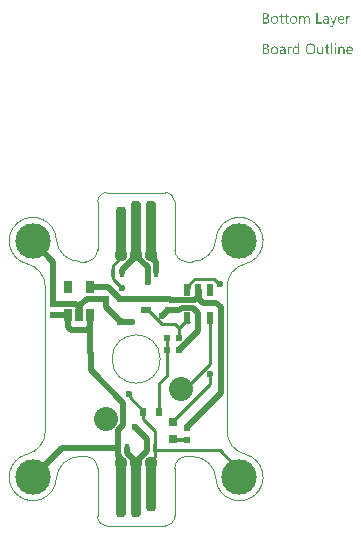
<source format=gbl>
G04*
G04 #@! TF.GenerationSoftware,Altium Limited,Altium Designer,21.8.1 (53)*
G04*
G04 Layer_Physical_Order=2*
G04 Layer_Color=16711680*
%FSAX25Y25*%
%MOIN*%
G70*
G04*
G04 #@! TF.SameCoordinates,905CEB84-E458-47E2-99EE-E5A9494BEB7C*
G04*
G04*
G04 #@! TF.FilePolarity,Positive*
G04*
G01*
G75*
%ADD10C,0.00394*%
%ADD17C,0.01968*%
%ADD18C,0.00984*%
%ADD20C,0.08000*%
%ADD21C,0.11811*%
%ADD22C,0.02362*%
%ADD23R,0.02362X0.03937*%
%ADD24R,0.03150X0.03150*%
%ADD25R,0.02756X0.03937*%
%ADD26R,0.02165X0.01968*%
G04:AMPARAMS|DCode=27|XSize=35.43mil|YSize=169.29mil|CornerRadius=13.82mil|HoleSize=0mil|Usage=FLASHONLY|Rotation=0.000|XOffset=0mil|YOffset=0mil|HoleType=Round|Shape=RoundedRectangle|*
%AMROUNDEDRECTD27*
21,1,0.03543,0.14165,0,0,0.0*
21,1,0.00780,0.16929,0,0,0.0*
1,1,0.02764,0.00390,-0.07083*
1,1,0.02764,-0.00390,-0.07083*
1,1,0.02764,-0.00390,0.07083*
1,1,0.02764,0.00390,0.07083*
%
%ADD27ROUNDEDRECTD27*%
G04:AMPARAMS|DCode=28|XSize=35.43mil|YSize=188.98mil|CornerRadius=13.82mil|HoleSize=0mil|Usage=FLASHONLY|Rotation=0.000|XOffset=0mil|YOffset=0mil|HoleType=Round|Shape=RoundedRectangle|*
%AMROUNDEDRECTD28*
21,1,0.03543,0.16134,0,0,0.0*
21,1,0.00780,0.18898,0,0,0.0*
1,1,0.02764,0.00390,-0.08067*
1,1,0.02764,-0.00390,-0.08067*
1,1,0.02764,-0.00390,0.08067*
1,1,0.02764,0.00390,0.08067*
%
%ADD28ROUNDEDRECTD28*%
%ADD29R,0.01575X0.02756*%
%ADD30R,0.01968X0.02165*%
%ADD31R,0.01968X0.02165*%
%ADD32R,0.02165X0.01968*%
%ADD33R,0.02362X0.03150*%
%ADD34R,0.03543X0.02362*%
%ADD35C,0.01300*%
%ADD36C,0.04370*%
G36*
X0057161Y0146855D02*
X0057217Y0146843D01*
X0057279Y0146830D01*
X0057347Y0146806D01*
X0057427Y0146775D01*
X0057501Y0146731D01*
X0057582Y0146682D01*
X0057656Y0146614D01*
X0057724Y0146527D01*
X0057786Y0146428D01*
X0057842Y0146317D01*
X0057879Y0146174D01*
X0057910Y0146020D01*
X0057916Y0145840D01*
Y0144292D01*
X0057514D01*
Y0145735D01*
Y0145741D01*
Y0145753D01*
Y0145772D01*
Y0145803D01*
X0057507Y0145877D01*
X0057495Y0145964D01*
X0057483Y0146063D01*
X0057458Y0146162D01*
X0057427Y0146255D01*
X0057384Y0146335D01*
X0057377Y0146341D01*
X0057359Y0146366D01*
X0057328Y0146397D01*
X0057279Y0146428D01*
X0057223Y0146465D01*
X0057148Y0146490D01*
X0057056Y0146515D01*
X0056950Y0146521D01*
X0056938D01*
X0056907Y0146515D01*
X0056858Y0146509D01*
X0056796Y0146490D01*
X0056728Y0146465D01*
X0056653Y0146422D01*
X0056579Y0146366D01*
X0056511Y0146286D01*
X0056505Y0146273D01*
X0056486Y0146242D01*
X0056455Y0146193D01*
X0056424Y0146125D01*
X0056387Y0146044D01*
X0056362Y0145951D01*
X0056338Y0145840D01*
X0056331Y0145722D01*
Y0144292D01*
X0055929D01*
Y0145784D01*
Y0145791D01*
Y0145815D01*
X0055923Y0145852D01*
Y0145902D01*
X0055910Y0145958D01*
X0055898Y0146020D01*
X0055879Y0146081D01*
X0055861Y0146156D01*
X0055830Y0146224D01*
X0055793Y0146286D01*
X0055743Y0146348D01*
X0055688Y0146403D01*
X0055626Y0146453D01*
X0055545Y0146490D01*
X0055459Y0146515D01*
X0055360Y0146521D01*
X0055347D01*
X0055316Y0146515D01*
X0055267Y0146509D01*
X0055205Y0146496D01*
X0055137Y0146465D01*
X0055063Y0146428D01*
X0054988Y0146372D01*
X0054920Y0146298D01*
X0054914Y0146286D01*
X0054895Y0146261D01*
X0054864Y0146211D01*
X0054833Y0146143D01*
X0054803Y0146063D01*
X0054772Y0145964D01*
X0054753Y0145852D01*
X0054747Y0145722D01*
Y0144292D01*
X0054344D01*
Y0146806D01*
X0054747D01*
Y0146403D01*
X0054759D01*
X0054765Y0146409D01*
X0054772Y0146422D01*
X0054790Y0146447D01*
X0054809Y0146478D01*
X0054871Y0146546D01*
X0054957Y0146632D01*
X0055069Y0146719D01*
X0055199Y0146787D01*
X0055279Y0146818D01*
X0055360Y0146843D01*
X0055446Y0146855D01*
X0055539Y0146861D01*
X0055582D01*
X0055632Y0146855D01*
X0055694Y0146843D01*
X0055762Y0146824D01*
X0055836Y0146800D01*
X0055910Y0146768D01*
X0055985Y0146719D01*
X0055991Y0146713D01*
X0056016Y0146694D01*
X0056047Y0146663D01*
X0056090Y0146620D01*
X0056133Y0146564D01*
X0056177Y0146502D01*
X0056220Y0146428D01*
X0056251Y0146341D01*
X0056257Y0146348D01*
X0056263Y0146366D01*
X0056282Y0146391D01*
X0056300Y0146422D01*
X0056331Y0146465D01*
X0056369Y0146509D01*
X0056412Y0146552D01*
X0056461Y0146601D01*
X0056517Y0146651D01*
X0056579Y0146694D01*
X0056647Y0146744D01*
X0056721Y0146781D01*
X0056802Y0146812D01*
X0056889Y0146837D01*
X0056988Y0146855D01*
X0057087Y0146861D01*
X0057124D01*
X0057161Y0146855D01*
D02*
G37*
G36*
X0071194Y0146843D02*
X0071268Y0146837D01*
X0071311Y0146824D01*
X0071342Y0146812D01*
Y0146397D01*
X0071336Y0146403D01*
X0071324Y0146409D01*
X0071299Y0146422D01*
X0071268Y0146440D01*
X0071224Y0146453D01*
X0071169Y0146465D01*
X0071107Y0146471D01*
X0071039Y0146478D01*
X0071026D01*
X0070995Y0146471D01*
X0070946Y0146465D01*
X0070890Y0146447D01*
X0070816Y0146416D01*
X0070748Y0146372D01*
X0070674Y0146310D01*
X0070606Y0146230D01*
X0070599Y0146218D01*
X0070581Y0146187D01*
X0070550Y0146131D01*
X0070519Y0146057D01*
X0070488Y0145964D01*
X0070457Y0145846D01*
X0070438Y0145716D01*
X0070432Y0145568D01*
Y0144292D01*
X0070030D01*
Y0146806D01*
X0070432D01*
Y0146286D01*
X0070445D01*
Y0146292D01*
X0070451Y0146298D01*
X0070463Y0146329D01*
X0070482Y0146379D01*
X0070513Y0146440D01*
X0070544Y0146502D01*
X0070593Y0146571D01*
X0070643Y0146639D01*
X0070705Y0146701D01*
X0070711Y0146707D01*
X0070736Y0146725D01*
X0070773Y0146750D01*
X0070822Y0146775D01*
X0070878Y0146800D01*
X0070946Y0146824D01*
X0071020Y0146843D01*
X0071101Y0146849D01*
X0071157D01*
X0071194Y0146843D01*
D02*
G37*
G36*
X0065815Y0143890D02*
X0065808Y0143884D01*
X0065802Y0143859D01*
X0065784Y0143816D01*
X0065759Y0143766D01*
X0065728Y0143711D01*
X0065684Y0143643D01*
X0065641Y0143575D01*
X0065592Y0143500D01*
X0065530Y0143426D01*
X0065468Y0143358D01*
X0065394Y0143290D01*
X0065313Y0143234D01*
X0065233Y0143184D01*
X0065140Y0143141D01*
X0065047Y0143116D01*
X0064942Y0143110D01*
X0064886D01*
X0064849Y0143116D01*
X0064768Y0143129D01*
X0064682Y0143147D01*
Y0143506D01*
X0064688D01*
X0064706Y0143500D01*
X0064731Y0143494D01*
X0064762Y0143488D01*
X0064837Y0143469D01*
X0064917Y0143463D01*
X0064929D01*
X0064966Y0143469D01*
X0065022Y0143482D01*
X0065090Y0143506D01*
X0065165Y0143550D01*
X0065202Y0143581D01*
X0065239Y0143618D01*
X0065276Y0143655D01*
X0065313Y0143704D01*
X0065344Y0143760D01*
X0065375Y0143822D01*
X0065579Y0144292D01*
X0064595Y0146806D01*
X0065041D01*
X0065722Y0144868D01*
Y0144862D01*
X0065728Y0144850D01*
X0065734Y0144831D01*
X0065740Y0144806D01*
X0065746Y0144769D01*
X0065759Y0144732D01*
X0065771Y0144676D01*
X0065790D01*
Y0144689D01*
X0065802Y0144726D01*
X0065815Y0144781D01*
X0065839Y0144862D01*
X0066551Y0146806D01*
X0066966D01*
X0065815Y0143890D01*
D02*
G37*
G36*
X0063407Y0146855D02*
X0063462Y0146849D01*
X0063530Y0146830D01*
X0063605Y0146812D01*
X0063685Y0146781D01*
X0063772Y0146744D01*
X0063852Y0146694D01*
X0063933Y0146632D01*
X0064007Y0146558D01*
X0064075Y0146465D01*
X0064131Y0146360D01*
X0064174Y0146236D01*
X0064199Y0146094D01*
X0064211Y0145927D01*
Y0144292D01*
X0063809D01*
Y0144683D01*
X0063797D01*
Y0144676D01*
X0063784Y0144664D01*
X0063772Y0144639D01*
X0063747Y0144614D01*
X0063685Y0144540D01*
X0063605Y0144460D01*
X0063493Y0144379D01*
X0063363Y0144305D01*
X0063283Y0144280D01*
X0063202Y0144255D01*
X0063116Y0144243D01*
X0063023Y0144237D01*
X0062986D01*
X0062961Y0144243D01*
X0062893Y0144249D01*
X0062812Y0144262D01*
X0062713Y0144286D01*
X0062621Y0144317D01*
X0062521Y0144367D01*
X0062435Y0144429D01*
X0062429Y0144441D01*
X0062404Y0144466D01*
X0062367Y0144509D01*
X0062330Y0144571D01*
X0062292Y0144645D01*
X0062255Y0144732D01*
X0062230Y0144837D01*
X0062224Y0144955D01*
Y0144961D01*
Y0144986D01*
X0062230Y0145023D01*
X0062237Y0145066D01*
X0062249Y0145122D01*
X0062268Y0145184D01*
X0062292Y0145252D01*
X0062330Y0145320D01*
X0062373Y0145394D01*
X0062429Y0145469D01*
X0062497Y0145537D01*
X0062577Y0145599D01*
X0062670Y0145660D01*
X0062781Y0145710D01*
X0062905Y0145747D01*
X0063054Y0145778D01*
X0063809Y0145883D01*
Y0145890D01*
Y0145908D01*
X0063803Y0145945D01*
Y0145982D01*
X0063790Y0146032D01*
X0063784Y0146088D01*
X0063747Y0146205D01*
X0063716Y0146261D01*
X0063685Y0146317D01*
X0063642Y0146372D01*
X0063592Y0146422D01*
X0063530Y0146465D01*
X0063462Y0146496D01*
X0063382Y0146515D01*
X0063289Y0146521D01*
X0063246D01*
X0063215Y0146515D01*
X0063171D01*
X0063128Y0146502D01*
X0063017Y0146484D01*
X0062893Y0146447D01*
X0062757Y0146391D01*
X0062682Y0146354D01*
X0062614Y0146317D01*
X0062540Y0146267D01*
X0062472Y0146211D01*
Y0146626D01*
X0062478D01*
X0062490Y0146639D01*
X0062509Y0146651D01*
X0062540Y0146663D01*
X0062571Y0146682D01*
X0062614Y0146701D01*
X0062664Y0146719D01*
X0062720Y0146744D01*
X0062843Y0146787D01*
X0062992Y0146824D01*
X0063153Y0146849D01*
X0063326Y0146861D01*
X0063363D01*
X0063407Y0146855D01*
D02*
G37*
G36*
X0060516Y0144664D02*
X0061927D01*
Y0144292D01*
X0060101D01*
Y0147809D01*
X0060516D01*
Y0144664D01*
D02*
G37*
G36*
X0043301Y0147802D02*
X0043345D01*
X0043388Y0147796D01*
X0043487Y0147784D01*
X0043605Y0147753D01*
X0043729Y0147716D01*
X0043846Y0147660D01*
X0043951Y0147586D01*
X0043958D01*
X0043964Y0147573D01*
X0043995Y0147548D01*
X0044038Y0147499D01*
X0044088Y0147431D01*
X0044131Y0147344D01*
X0044174Y0147245D01*
X0044205Y0147134D01*
X0044218Y0147072D01*
Y0147004D01*
Y0146998D01*
Y0146991D01*
Y0146954D01*
X0044211Y0146898D01*
X0044199Y0146830D01*
X0044180Y0146744D01*
X0044150Y0146657D01*
X0044112Y0146571D01*
X0044057Y0146484D01*
X0044050Y0146471D01*
X0044026Y0146447D01*
X0043988Y0146409D01*
X0043939Y0146360D01*
X0043877Y0146310D01*
X0043803Y0146255D01*
X0043710Y0146211D01*
X0043611Y0146168D01*
Y0146162D01*
X0043630D01*
X0043648Y0146156D01*
X0043667Y0146150D01*
X0043735Y0146137D01*
X0043815Y0146112D01*
X0043902Y0146075D01*
X0043995Y0146032D01*
X0044088Y0145970D01*
X0044174Y0145890D01*
X0044187Y0145877D01*
X0044211Y0145846D01*
X0044242Y0145803D01*
X0044286Y0145735D01*
X0044323Y0145648D01*
X0044360Y0145549D01*
X0044385Y0145431D01*
X0044391Y0145301D01*
Y0145295D01*
Y0145283D01*
Y0145258D01*
X0044385Y0145227D01*
X0044379Y0145190D01*
X0044372Y0145147D01*
X0044348Y0145042D01*
X0044310Y0144924D01*
X0044255Y0144800D01*
X0044218Y0144744D01*
X0044174Y0144683D01*
X0044118Y0144627D01*
X0044063Y0144571D01*
X0044057D01*
X0044050Y0144559D01*
X0044032Y0144546D01*
X0044007Y0144528D01*
X0043976Y0144509D01*
X0043933Y0144484D01*
X0043840Y0144435D01*
X0043722Y0144379D01*
X0043586Y0144336D01*
X0043425Y0144305D01*
X0043345Y0144299D01*
X0043252Y0144292D01*
X0042224D01*
Y0147809D01*
X0043270D01*
X0043301Y0147802D01*
D02*
G37*
G36*
X0050228Y0146806D02*
X0050866D01*
Y0146459D01*
X0050228D01*
Y0145042D01*
Y0145029D01*
Y0144998D01*
X0050234Y0144955D01*
X0050240Y0144899D01*
X0050265Y0144781D01*
X0050284Y0144726D01*
X0050315Y0144683D01*
X0050321Y0144676D01*
X0050333Y0144664D01*
X0050352Y0144652D01*
X0050383Y0144633D01*
X0050420Y0144608D01*
X0050469Y0144596D01*
X0050531Y0144583D01*
X0050599Y0144577D01*
X0050624D01*
X0050655Y0144583D01*
X0050692Y0144590D01*
X0050779Y0144614D01*
X0050822Y0144633D01*
X0050866Y0144658D01*
Y0144311D01*
X0050859D01*
X0050841Y0144299D01*
X0050810Y0144292D01*
X0050767Y0144280D01*
X0050711Y0144268D01*
X0050649Y0144255D01*
X0050575Y0144249D01*
X0050488Y0144243D01*
X0050457D01*
X0050426Y0144249D01*
X0050383Y0144255D01*
X0050333Y0144268D01*
X0050278Y0144280D01*
X0050222Y0144305D01*
X0050160Y0144336D01*
X0050098Y0144373D01*
X0050036Y0144422D01*
X0049981Y0144478D01*
X0049931Y0144553D01*
X0049888Y0144633D01*
X0049857Y0144732D01*
X0049832Y0144843D01*
X0049826Y0144973D01*
Y0146459D01*
X0049399D01*
Y0146806D01*
X0049826D01*
Y0147418D01*
X0050228Y0147548D01*
Y0146806D01*
D02*
G37*
G36*
X0048526D02*
X0049163D01*
Y0146459D01*
X0048526D01*
Y0145042D01*
Y0145029D01*
Y0144998D01*
X0048532Y0144955D01*
X0048538Y0144899D01*
X0048563Y0144781D01*
X0048581Y0144726D01*
X0048612Y0144683D01*
X0048619Y0144676D01*
X0048631Y0144664D01*
X0048650Y0144652D01*
X0048681Y0144633D01*
X0048718Y0144608D01*
X0048767Y0144596D01*
X0048829Y0144583D01*
X0048897Y0144577D01*
X0048922D01*
X0048953Y0144583D01*
X0048990Y0144590D01*
X0049077Y0144614D01*
X0049120Y0144633D01*
X0049163Y0144658D01*
Y0144311D01*
X0049157D01*
X0049139Y0144299D01*
X0049108Y0144292D01*
X0049064Y0144280D01*
X0049009Y0144268D01*
X0048947Y0144255D01*
X0048873Y0144249D01*
X0048786Y0144243D01*
X0048755D01*
X0048724Y0144249D01*
X0048681Y0144255D01*
X0048631Y0144268D01*
X0048575Y0144280D01*
X0048520Y0144305D01*
X0048458Y0144336D01*
X0048396Y0144373D01*
X0048334Y0144422D01*
X0048278Y0144478D01*
X0048229Y0144553D01*
X0048185Y0144633D01*
X0048154Y0144732D01*
X0048130Y0144843D01*
X0048123Y0144973D01*
Y0146459D01*
X0047696D01*
Y0146806D01*
X0048123D01*
Y0147418D01*
X0048526Y0147548D01*
Y0146806D01*
D02*
G37*
G36*
X0068470Y0146855D02*
X0068513Y0146849D01*
X0068557Y0146843D01*
X0068668Y0146824D01*
X0068792Y0146781D01*
X0068916Y0146725D01*
X0068978Y0146688D01*
X0069039Y0146645D01*
X0069095Y0146595D01*
X0069151Y0146539D01*
X0069157Y0146533D01*
X0069163Y0146527D01*
X0069176Y0146509D01*
X0069194Y0146484D01*
X0069213Y0146447D01*
X0069238Y0146409D01*
X0069262Y0146366D01*
X0069287Y0146310D01*
X0069312Y0146249D01*
X0069337Y0146187D01*
X0069361Y0146112D01*
X0069380Y0146032D01*
X0069398Y0145945D01*
X0069411Y0145859D01*
X0069423Y0145760D01*
Y0145654D01*
Y0145444D01*
X0067647D01*
Y0145438D01*
Y0145425D01*
Y0145407D01*
X0067653Y0145376D01*
X0067659Y0145339D01*
Y0145301D01*
X0067678Y0145203D01*
X0067709Y0145103D01*
X0067746Y0144992D01*
X0067801Y0144887D01*
X0067870Y0144794D01*
X0067882Y0144781D01*
X0067907Y0144757D01*
X0067956Y0144726D01*
X0068024Y0144683D01*
X0068111Y0144639D01*
X0068210Y0144608D01*
X0068328Y0144583D01*
X0068464Y0144571D01*
X0068507D01*
X0068538Y0144577D01*
X0068575D01*
X0068619Y0144583D01*
X0068724Y0144608D01*
X0068841Y0144639D01*
X0068971Y0144689D01*
X0069108Y0144757D01*
X0069176Y0144800D01*
X0069244Y0144850D01*
Y0144472D01*
X0069238D01*
X0069231Y0144460D01*
X0069213Y0144454D01*
X0069182Y0144435D01*
X0069151Y0144416D01*
X0069114Y0144398D01*
X0069064Y0144379D01*
X0069015Y0144354D01*
X0068953Y0144330D01*
X0068885Y0144311D01*
X0068736Y0144274D01*
X0068563Y0144249D01*
X0068371Y0144237D01*
X0068321D01*
X0068284Y0144243D01*
X0068241Y0144249D01*
X0068185Y0144255D01*
X0068068Y0144280D01*
X0067931Y0144317D01*
X0067795Y0144379D01*
X0067727Y0144422D01*
X0067659Y0144466D01*
X0067597Y0144515D01*
X0067535Y0144577D01*
X0067529Y0144583D01*
X0067523Y0144596D01*
X0067511Y0144614D01*
X0067486Y0144639D01*
X0067467Y0144676D01*
X0067443Y0144720D01*
X0067412Y0144769D01*
X0067387Y0144825D01*
X0067356Y0144887D01*
X0067331Y0144961D01*
X0067300Y0145042D01*
X0067282Y0145128D01*
X0067263Y0145221D01*
X0067244Y0145320D01*
X0067238Y0145425D01*
X0067232Y0145537D01*
Y0145543D01*
Y0145562D01*
Y0145592D01*
X0067238Y0145636D01*
X0067244Y0145685D01*
X0067251Y0145741D01*
X0067257Y0145809D01*
X0067275Y0145877D01*
X0067313Y0146026D01*
X0067368Y0146187D01*
X0067405Y0146267D01*
X0067455Y0146341D01*
X0067504Y0146422D01*
X0067560Y0146490D01*
X0067566Y0146496D01*
X0067579Y0146509D01*
X0067597Y0146527D01*
X0067622Y0146546D01*
X0067653Y0146577D01*
X0067690Y0146608D01*
X0067740Y0146639D01*
X0067789Y0146676D01*
X0067907Y0146744D01*
X0068049Y0146806D01*
X0068129Y0146824D01*
X0068210Y0146843D01*
X0068297Y0146855D01*
X0068389Y0146861D01*
X0068439D01*
X0068470Y0146855D01*
D02*
G37*
G36*
X0052605D02*
X0052648Y0146849D01*
X0052704Y0146843D01*
X0052828Y0146818D01*
X0052970Y0146775D01*
X0053113Y0146713D01*
X0053187Y0146676D01*
X0053255Y0146632D01*
X0053323Y0146577D01*
X0053385Y0146515D01*
X0053391Y0146509D01*
X0053397Y0146496D01*
X0053416Y0146478D01*
X0053434Y0146453D01*
X0053459Y0146416D01*
X0053484Y0146372D01*
X0053515Y0146323D01*
X0053546Y0146267D01*
X0053571Y0146199D01*
X0053602Y0146131D01*
X0053626Y0146051D01*
X0053651Y0145964D01*
X0053670Y0145871D01*
X0053688Y0145772D01*
X0053694Y0145667D01*
X0053701Y0145555D01*
Y0145549D01*
Y0145530D01*
Y0145500D01*
X0053694Y0145456D01*
X0053688Y0145407D01*
X0053682Y0145345D01*
X0053670Y0145283D01*
X0053657Y0145209D01*
X0053620Y0145060D01*
X0053558Y0144899D01*
X0053521Y0144819D01*
X0053472Y0144738D01*
X0053422Y0144664D01*
X0053360Y0144596D01*
X0053354Y0144590D01*
X0053342Y0144583D01*
X0053323Y0144565D01*
X0053298Y0144540D01*
X0053261Y0144515D01*
X0053224Y0144484D01*
X0053175Y0144447D01*
X0053119Y0144416D01*
X0053057Y0144385D01*
X0052989Y0144348D01*
X0052915Y0144317D01*
X0052834Y0144292D01*
X0052747Y0144268D01*
X0052654Y0144255D01*
X0052556Y0144243D01*
X0052450Y0144237D01*
X0052395D01*
X0052357Y0144243D01*
X0052314Y0144249D01*
X0052258Y0144255D01*
X0052197Y0144268D01*
X0052128Y0144280D01*
X0051986Y0144324D01*
X0051837Y0144385D01*
X0051763Y0144422D01*
X0051695Y0144472D01*
X0051627Y0144522D01*
X0051559Y0144583D01*
X0051553Y0144590D01*
X0051547Y0144602D01*
X0051528Y0144621D01*
X0051509Y0144645D01*
X0051485Y0144683D01*
X0051454Y0144726D01*
X0051423Y0144775D01*
X0051398Y0144831D01*
X0051367Y0144899D01*
X0051336Y0144967D01*
X0051305Y0145042D01*
X0051280Y0145128D01*
X0051243Y0145314D01*
X0051237Y0145413D01*
X0051231Y0145518D01*
Y0145524D01*
Y0145549D01*
Y0145580D01*
X0051237Y0145623D01*
X0051243Y0145673D01*
X0051249Y0145735D01*
X0051262Y0145803D01*
X0051274Y0145877D01*
X0051311Y0146038D01*
X0051373Y0146199D01*
X0051416Y0146280D01*
X0051460Y0146360D01*
X0051509Y0146434D01*
X0051571Y0146502D01*
X0051578Y0146509D01*
X0051590Y0146521D01*
X0051608Y0146533D01*
X0051633Y0146558D01*
X0051670Y0146583D01*
X0051714Y0146614D01*
X0051763Y0146651D01*
X0051819Y0146682D01*
X0051881Y0146713D01*
X0051955Y0146750D01*
X0052029Y0146781D01*
X0052116Y0146806D01*
X0052203Y0146830D01*
X0052302Y0146849D01*
X0052407Y0146855D01*
X0052512Y0146861D01*
X0052568D01*
X0052605Y0146855D01*
D02*
G37*
G36*
X0046254D02*
X0046297Y0146849D01*
X0046353Y0146843D01*
X0046477Y0146818D01*
X0046619Y0146775D01*
X0046762Y0146713D01*
X0046836Y0146676D01*
X0046904Y0146632D01*
X0046972Y0146577D01*
X0047034Y0146515D01*
X0047040Y0146509D01*
X0047046Y0146496D01*
X0047065Y0146478D01*
X0047084Y0146453D01*
X0047108Y0146416D01*
X0047133Y0146372D01*
X0047164Y0146323D01*
X0047195Y0146267D01*
X0047220Y0146199D01*
X0047251Y0146131D01*
X0047275Y0146051D01*
X0047300Y0145964D01*
X0047319Y0145871D01*
X0047337Y0145772D01*
X0047344Y0145667D01*
X0047350Y0145555D01*
Y0145549D01*
Y0145530D01*
Y0145500D01*
X0047344Y0145456D01*
X0047337Y0145407D01*
X0047331Y0145345D01*
X0047319Y0145283D01*
X0047306Y0145209D01*
X0047269Y0145060D01*
X0047207Y0144899D01*
X0047170Y0144819D01*
X0047121Y0144738D01*
X0047071Y0144664D01*
X0047009Y0144596D01*
X0047003Y0144590D01*
X0046991Y0144583D01*
X0046972Y0144565D01*
X0046947Y0144540D01*
X0046910Y0144515D01*
X0046873Y0144484D01*
X0046824Y0144447D01*
X0046768Y0144416D01*
X0046706Y0144385D01*
X0046638Y0144348D01*
X0046564Y0144317D01*
X0046483Y0144292D01*
X0046396Y0144268D01*
X0046304Y0144255D01*
X0046205Y0144243D01*
X0046099Y0144237D01*
X0046044D01*
X0046007Y0144243D01*
X0045963Y0144249D01*
X0045908Y0144255D01*
X0045845Y0144268D01*
X0045777Y0144280D01*
X0045635Y0144324D01*
X0045487Y0144385D01*
X0045412Y0144422D01*
X0045344Y0144472D01*
X0045276Y0144522D01*
X0045208Y0144583D01*
X0045202Y0144590D01*
X0045196Y0144602D01*
X0045177Y0144621D01*
X0045158Y0144645D01*
X0045134Y0144683D01*
X0045103Y0144726D01*
X0045072Y0144775D01*
X0045047Y0144831D01*
X0045016Y0144899D01*
X0044985Y0144967D01*
X0044954Y0145042D01*
X0044929Y0145128D01*
X0044892Y0145314D01*
X0044886Y0145413D01*
X0044880Y0145518D01*
Y0145524D01*
Y0145549D01*
Y0145580D01*
X0044886Y0145623D01*
X0044892Y0145673D01*
X0044899Y0145735D01*
X0044911Y0145803D01*
X0044923Y0145877D01*
X0044960Y0146038D01*
X0045022Y0146199D01*
X0045066Y0146280D01*
X0045109Y0146360D01*
X0045158Y0146434D01*
X0045220Y0146502D01*
X0045226Y0146509D01*
X0045239Y0146521D01*
X0045257Y0146533D01*
X0045282Y0146558D01*
X0045319Y0146583D01*
X0045363Y0146614D01*
X0045412Y0146651D01*
X0045468Y0146682D01*
X0045530Y0146713D01*
X0045604Y0146750D01*
X0045678Y0146781D01*
X0045765Y0146806D01*
X0045852Y0146830D01*
X0045951Y0146849D01*
X0046056Y0146855D01*
X0046161Y0146861D01*
X0046217D01*
X0046254Y0146855D01*
D02*
G37*
G36*
X0066434Y0137775D02*
X0066458D01*
X0066514Y0137751D01*
X0066545Y0137732D01*
X0066576Y0137707D01*
X0066582Y0137701D01*
X0066588Y0137695D01*
X0066619Y0137658D01*
X0066644Y0137596D01*
X0066650Y0137559D01*
X0066656Y0137522D01*
Y0137515D01*
Y0137503D01*
X0066650Y0137484D01*
X0066644Y0137460D01*
X0066625Y0137398D01*
X0066601Y0137367D01*
X0066576Y0137336D01*
X0066570D01*
X0066563Y0137323D01*
X0066526Y0137299D01*
X0066471Y0137274D01*
X0066434Y0137268D01*
X0066396Y0137262D01*
X0066378D01*
X0066359Y0137268D01*
X0066334D01*
X0066273Y0137293D01*
X0066242Y0137305D01*
X0066211Y0137330D01*
Y0137336D01*
X0066198Y0137342D01*
X0066186Y0137361D01*
X0066173Y0137379D01*
X0066149Y0137441D01*
X0066143Y0137478D01*
X0066136Y0137522D01*
Y0137528D01*
Y0137540D01*
X0066143Y0137559D01*
X0066149Y0137590D01*
X0066167Y0137645D01*
X0066186Y0137676D01*
X0066211Y0137707D01*
X0066217Y0137713D01*
X0066223Y0137720D01*
X0066260Y0137744D01*
X0066322Y0137769D01*
X0066359Y0137782D01*
X0066415D01*
X0066434Y0137775D01*
D02*
G37*
G36*
X0054444Y0134111D02*
X0054041D01*
Y0134532D01*
X0054029D01*
Y0134526D01*
X0054016Y0134513D01*
X0053998Y0134488D01*
X0053979Y0134458D01*
X0053948Y0134420D01*
X0053911Y0134383D01*
X0053868Y0134340D01*
X0053818Y0134297D01*
X0053763Y0134247D01*
X0053694Y0134204D01*
X0053626Y0134167D01*
X0053546Y0134129D01*
X0053465Y0134098D01*
X0053373Y0134074D01*
X0053274Y0134061D01*
X0053168Y0134055D01*
X0053125D01*
X0053088Y0134061D01*
X0053051Y0134067D01*
X0053001Y0134074D01*
X0052896Y0134098D01*
X0052772Y0134136D01*
X0052648Y0134197D01*
X0052580Y0134235D01*
X0052525Y0134278D01*
X0052463Y0134334D01*
X0052407Y0134389D01*
Y0134396D01*
X0052395Y0134408D01*
X0052382Y0134426D01*
X0052364Y0134451D01*
X0052345Y0134482D01*
X0052320Y0134526D01*
X0052296Y0134575D01*
X0052271Y0134631D01*
X0052240Y0134693D01*
X0052215Y0134761D01*
X0052190Y0134835D01*
X0052172Y0134915D01*
X0052153Y0135002D01*
X0052141Y0135101D01*
X0052135Y0135200D01*
X0052128Y0135306D01*
Y0135312D01*
Y0135330D01*
Y0135367D01*
X0052135Y0135411D01*
X0052141Y0135460D01*
X0052147Y0135522D01*
X0052153Y0135590D01*
X0052166Y0135664D01*
X0052203Y0135826D01*
X0052258Y0135993D01*
X0052296Y0136073D01*
X0052339Y0136153D01*
X0052382Y0136228D01*
X0052438Y0136302D01*
X0052444Y0136308D01*
X0052450Y0136321D01*
X0052469Y0136339D01*
X0052494Y0136364D01*
X0052525Y0136389D01*
X0052568Y0136420D01*
X0052611Y0136457D01*
X0052661Y0136494D01*
X0052785Y0136562D01*
X0052927Y0136624D01*
X0053007Y0136643D01*
X0053094Y0136661D01*
X0053181Y0136673D01*
X0053280Y0136680D01*
X0053329D01*
X0053366Y0136673D01*
X0053404Y0136667D01*
X0053453Y0136661D01*
X0053565Y0136630D01*
X0053688Y0136581D01*
X0053750Y0136550D01*
X0053812Y0136506D01*
X0053874Y0136463D01*
X0053930Y0136407D01*
X0053979Y0136345D01*
X0054029Y0136271D01*
X0054041D01*
Y0137831D01*
X0054444D01*
Y0134111D01*
D02*
G37*
G36*
X0068711Y0136673D02*
X0068786Y0136667D01*
X0068879Y0136649D01*
X0068978Y0136618D01*
X0069083Y0136568D01*
X0069188Y0136500D01*
X0069231Y0136463D01*
X0069275Y0136414D01*
X0069287Y0136401D01*
X0069312Y0136364D01*
X0069343Y0136302D01*
X0069386Y0136215D01*
X0069423Y0136110D01*
X0069460Y0135980D01*
X0069485Y0135826D01*
X0069491Y0135646D01*
Y0134111D01*
X0069089D01*
Y0135541D01*
Y0135547D01*
Y0135578D01*
X0069083Y0135615D01*
Y0135664D01*
X0069070Y0135726D01*
X0069058Y0135794D01*
X0069039Y0135869D01*
X0069015Y0135943D01*
X0068984Y0136017D01*
X0068947Y0136085D01*
X0068897Y0136153D01*
X0068841Y0136215D01*
X0068779Y0136265D01*
X0068699Y0136302D01*
X0068612Y0136333D01*
X0068507Y0136339D01*
X0068495D01*
X0068458Y0136333D01*
X0068402Y0136327D01*
X0068334Y0136308D01*
X0068253Y0136284D01*
X0068167Y0136240D01*
X0068086Y0136185D01*
X0068006Y0136110D01*
X0068000Y0136098D01*
X0067975Y0136073D01*
X0067944Y0136024D01*
X0067907Y0135956D01*
X0067870Y0135875D01*
X0067839Y0135776D01*
X0067814Y0135664D01*
X0067808Y0135541D01*
Y0134111D01*
X0067405D01*
Y0136624D01*
X0067808D01*
Y0136203D01*
X0067820D01*
X0067826Y0136209D01*
X0067832Y0136222D01*
X0067851Y0136246D01*
X0067876Y0136277D01*
X0067901Y0136314D01*
X0067938Y0136352D01*
X0067981Y0136395D01*
X0068031Y0136444D01*
X0068086Y0136488D01*
X0068148Y0136531D01*
X0068216Y0136568D01*
X0068291Y0136605D01*
X0068365Y0136636D01*
X0068451Y0136661D01*
X0068544Y0136673D01*
X0068643Y0136680D01*
X0068681D01*
X0068711Y0136673D01*
D02*
G37*
G36*
X0051714Y0136661D02*
X0051788Y0136655D01*
X0051831Y0136643D01*
X0051862Y0136630D01*
Y0136215D01*
X0051856Y0136222D01*
X0051844Y0136228D01*
X0051819Y0136240D01*
X0051788Y0136259D01*
X0051745Y0136271D01*
X0051689Y0136284D01*
X0051627Y0136290D01*
X0051559Y0136296D01*
X0051547D01*
X0051516Y0136290D01*
X0051466Y0136284D01*
X0051410Y0136265D01*
X0051336Y0136234D01*
X0051268Y0136191D01*
X0051194Y0136129D01*
X0051126Y0136048D01*
X0051119Y0136036D01*
X0051101Y0136005D01*
X0051070Y0135949D01*
X0051039Y0135875D01*
X0051008Y0135782D01*
X0050977Y0135664D01*
X0050959Y0135535D01*
X0050952Y0135386D01*
Y0134111D01*
X0050550D01*
Y0136624D01*
X0050952D01*
Y0136104D01*
X0050965D01*
Y0136110D01*
X0050971Y0136116D01*
X0050983Y0136147D01*
X0051002Y0136197D01*
X0051033Y0136259D01*
X0051064Y0136321D01*
X0051113Y0136389D01*
X0051163Y0136457D01*
X0051225Y0136519D01*
X0051231Y0136525D01*
X0051256Y0136544D01*
X0051293Y0136568D01*
X0051342Y0136593D01*
X0051398Y0136618D01*
X0051466Y0136643D01*
X0051540Y0136661D01*
X0051621Y0136667D01*
X0051676D01*
X0051714Y0136661D01*
D02*
G37*
G36*
X0062453Y0134111D02*
X0062051D01*
Y0134507D01*
X0062039D01*
Y0134501D01*
X0062026Y0134488D01*
X0062014Y0134464D01*
X0061989Y0134439D01*
X0061933Y0134365D01*
X0061847Y0134284D01*
X0061797Y0134241D01*
X0061742Y0134197D01*
X0061680Y0134160D01*
X0061605Y0134123D01*
X0061531Y0134098D01*
X0061450Y0134074D01*
X0061358Y0134061D01*
X0061265Y0134055D01*
X0061228D01*
X0061184Y0134061D01*
X0061123Y0134074D01*
X0061054Y0134086D01*
X0060980Y0134111D01*
X0060900Y0134142D01*
X0060819Y0134191D01*
X0060733Y0134247D01*
X0060652Y0134315D01*
X0060578Y0134402D01*
X0060510Y0134507D01*
X0060448Y0134625D01*
X0060404Y0134767D01*
X0060380Y0134934D01*
X0060367Y0135021D01*
Y0135120D01*
Y0136624D01*
X0060764D01*
Y0135182D01*
Y0135176D01*
Y0135151D01*
X0060770Y0135107D01*
X0060776Y0135058D01*
X0060782Y0134996D01*
X0060794Y0134934D01*
X0060813Y0134860D01*
X0060838Y0134785D01*
X0060875Y0134711D01*
X0060912Y0134643D01*
X0060962Y0134575D01*
X0061023Y0134513D01*
X0061092Y0134464D01*
X0061172Y0134426D01*
X0061271Y0134396D01*
X0061376Y0134389D01*
X0061389D01*
X0061426Y0134396D01*
X0061481Y0134402D01*
X0061543Y0134414D01*
X0061624Y0134445D01*
X0061704Y0134482D01*
X0061785Y0134532D01*
X0061859Y0134606D01*
X0061865Y0134618D01*
X0061890Y0134643D01*
X0061921Y0134693D01*
X0061958Y0134761D01*
X0061989Y0134841D01*
X0062020Y0134940D01*
X0062045Y0135052D01*
X0062051Y0135176D01*
Y0136624D01*
X0062453D01*
Y0134111D01*
D02*
G37*
G36*
X0066588D02*
X0066186D01*
Y0136624D01*
X0066588D01*
Y0134111D01*
D02*
G37*
G36*
X0065369D02*
X0064966D01*
Y0137831D01*
X0065369D01*
Y0134111D01*
D02*
G37*
G36*
X0048990Y0136673D02*
X0049046Y0136667D01*
X0049114Y0136649D01*
X0049188Y0136630D01*
X0049269Y0136599D01*
X0049355Y0136562D01*
X0049436Y0136513D01*
X0049516Y0136451D01*
X0049591Y0136376D01*
X0049659Y0136284D01*
X0049714Y0136178D01*
X0049758Y0136055D01*
X0049782Y0135912D01*
X0049795Y0135745D01*
Y0134111D01*
X0049392D01*
Y0134501D01*
X0049380D01*
Y0134495D01*
X0049368Y0134482D01*
X0049355Y0134458D01*
X0049330Y0134433D01*
X0049269Y0134358D01*
X0049188Y0134278D01*
X0049077Y0134197D01*
X0048947Y0134123D01*
X0048866Y0134098D01*
X0048786Y0134074D01*
X0048699Y0134061D01*
X0048606Y0134055D01*
X0048569D01*
X0048544Y0134061D01*
X0048476Y0134067D01*
X0048396Y0134080D01*
X0048297Y0134105D01*
X0048204Y0134136D01*
X0048105Y0134185D01*
X0048018Y0134247D01*
X0048012Y0134259D01*
X0047987Y0134284D01*
X0047950Y0134327D01*
X0047913Y0134389D01*
X0047876Y0134464D01*
X0047839Y0134550D01*
X0047814Y0134656D01*
X0047808Y0134773D01*
Y0134779D01*
Y0134804D01*
X0047814Y0134841D01*
X0047820Y0134885D01*
X0047833Y0134940D01*
X0047851Y0135002D01*
X0047876Y0135070D01*
X0047913Y0135138D01*
X0047956Y0135213D01*
X0048012Y0135287D01*
X0048080Y0135355D01*
X0048161Y0135417D01*
X0048254Y0135479D01*
X0048365Y0135528D01*
X0048489Y0135565D01*
X0048637Y0135596D01*
X0049392Y0135702D01*
Y0135708D01*
Y0135726D01*
X0049386Y0135764D01*
Y0135801D01*
X0049374Y0135850D01*
X0049368Y0135906D01*
X0049330Y0136024D01*
X0049300Y0136079D01*
X0049269Y0136135D01*
X0049225Y0136191D01*
X0049176Y0136240D01*
X0049114Y0136284D01*
X0049046Y0136314D01*
X0048965Y0136333D01*
X0048873Y0136339D01*
X0048829D01*
X0048798Y0136333D01*
X0048755D01*
X0048711Y0136321D01*
X0048600Y0136302D01*
X0048476Y0136265D01*
X0048340Y0136209D01*
X0048266Y0136172D01*
X0048198Y0136135D01*
X0048123Y0136085D01*
X0048055Y0136030D01*
Y0136444D01*
X0048062D01*
X0048074Y0136457D01*
X0048092Y0136469D01*
X0048123Y0136482D01*
X0048154Y0136500D01*
X0048198Y0136519D01*
X0048247Y0136537D01*
X0048303Y0136562D01*
X0048427Y0136605D01*
X0048575Y0136643D01*
X0048736Y0136667D01*
X0048910Y0136680D01*
X0048947D01*
X0048990Y0136673D01*
D02*
G37*
G36*
X0043301Y0137621D02*
X0043345D01*
X0043388Y0137614D01*
X0043487Y0137602D01*
X0043605Y0137571D01*
X0043729Y0137534D01*
X0043846Y0137478D01*
X0043951Y0137404D01*
X0043958D01*
X0043964Y0137391D01*
X0043995Y0137367D01*
X0044038Y0137317D01*
X0044088Y0137249D01*
X0044131Y0137162D01*
X0044174Y0137064D01*
X0044205Y0136952D01*
X0044218Y0136890D01*
Y0136822D01*
Y0136816D01*
Y0136810D01*
Y0136773D01*
X0044211Y0136717D01*
X0044199Y0136649D01*
X0044180Y0136562D01*
X0044150Y0136475D01*
X0044112Y0136389D01*
X0044057Y0136302D01*
X0044050Y0136290D01*
X0044026Y0136265D01*
X0043988Y0136228D01*
X0043939Y0136178D01*
X0043877Y0136129D01*
X0043803Y0136073D01*
X0043710Y0136030D01*
X0043611Y0135986D01*
Y0135980D01*
X0043630D01*
X0043648Y0135974D01*
X0043667Y0135968D01*
X0043735Y0135956D01*
X0043815Y0135931D01*
X0043902Y0135894D01*
X0043995Y0135850D01*
X0044088Y0135788D01*
X0044174Y0135708D01*
X0044187Y0135696D01*
X0044211Y0135664D01*
X0044242Y0135621D01*
X0044286Y0135553D01*
X0044323Y0135467D01*
X0044360Y0135367D01*
X0044385Y0135250D01*
X0044391Y0135120D01*
Y0135114D01*
Y0135101D01*
Y0135076D01*
X0044385Y0135046D01*
X0044379Y0135008D01*
X0044372Y0134965D01*
X0044348Y0134860D01*
X0044310Y0134742D01*
X0044255Y0134618D01*
X0044218Y0134563D01*
X0044174Y0134501D01*
X0044118Y0134445D01*
X0044063Y0134389D01*
X0044057D01*
X0044050Y0134377D01*
X0044032Y0134365D01*
X0044007Y0134346D01*
X0043976Y0134327D01*
X0043933Y0134303D01*
X0043840Y0134253D01*
X0043722Y0134197D01*
X0043586Y0134154D01*
X0043425Y0134123D01*
X0043345Y0134117D01*
X0043252Y0134111D01*
X0042224D01*
Y0137627D01*
X0043270D01*
X0043301Y0137621D01*
D02*
G37*
G36*
X0063797Y0136624D02*
X0064434D01*
Y0136277D01*
X0063797D01*
Y0134860D01*
Y0134847D01*
Y0134817D01*
X0063803Y0134773D01*
X0063809Y0134718D01*
X0063834Y0134600D01*
X0063852Y0134544D01*
X0063883Y0134501D01*
X0063889Y0134495D01*
X0063902Y0134482D01*
X0063920Y0134470D01*
X0063951Y0134451D01*
X0063988Y0134426D01*
X0064038Y0134414D01*
X0064100Y0134402D01*
X0064168Y0134396D01*
X0064193D01*
X0064224Y0134402D01*
X0064261Y0134408D01*
X0064347Y0134433D01*
X0064391Y0134451D01*
X0064434Y0134476D01*
Y0134129D01*
X0064428D01*
X0064409Y0134117D01*
X0064378Y0134111D01*
X0064335Y0134098D01*
X0064279Y0134086D01*
X0064218Y0134074D01*
X0064143Y0134067D01*
X0064056Y0134061D01*
X0064026D01*
X0063995Y0134067D01*
X0063951Y0134074D01*
X0063902Y0134086D01*
X0063846Y0134098D01*
X0063790Y0134123D01*
X0063728Y0134154D01*
X0063667Y0134191D01*
X0063605Y0134241D01*
X0063549Y0134297D01*
X0063499Y0134371D01*
X0063456Y0134451D01*
X0063425Y0134550D01*
X0063400Y0134662D01*
X0063394Y0134792D01*
Y0136277D01*
X0062967D01*
Y0136624D01*
X0063394D01*
Y0137237D01*
X0063797Y0137367D01*
Y0136624D01*
D02*
G37*
G36*
X0071324Y0136673D02*
X0071367Y0136667D01*
X0071410Y0136661D01*
X0071522Y0136643D01*
X0071645Y0136599D01*
X0071769Y0136544D01*
X0071831Y0136506D01*
X0071893Y0136463D01*
X0071949Y0136414D01*
X0072004Y0136358D01*
X0072011Y0136352D01*
X0072017Y0136345D01*
X0072029Y0136327D01*
X0072048Y0136302D01*
X0072066Y0136265D01*
X0072091Y0136228D01*
X0072116Y0136185D01*
X0072141Y0136129D01*
X0072165Y0136067D01*
X0072190Y0136005D01*
X0072215Y0135931D01*
X0072233Y0135850D01*
X0072252Y0135764D01*
X0072264Y0135677D01*
X0072277Y0135578D01*
Y0135473D01*
Y0135262D01*
X0070500D01*
Y0135256D01*
Y0135244D01*
Y0135225D01*
X0070507Y0135194D01*
X0070513Y0135157D01*
Y0135120D01*
X0070531Y0135021D01*
X0070562Y0134922D01*
X0070599Y0134810D01*
X0070655Y0134705D01*
X0070723Y0134612D01*
X0070736Y0134600D01*
X0070760Y0134575D01*
X0070810Y0134544D01*
X0070878Y0134501D01*
X0070965Y0134458D01*
X0071064Y0134426D01*
X0071181Y0134402D01*
X0071317Y0134389D01*
X0071361D01*
X0071392Y0134396D01*
X0071429D01*
X0071472Y0134402D01*
X0071577Y0134426D01*
X0071695Y0134458D01*
X0071825Y0134507D01*
X0071961Y0134575D01*
X0072029Y0134618D01*
X0072097Y0134668D01*
Y0134290D01*
X0072091D01*
X0072085Y0134278D01*
X0072066Y0134272D01*
X0072035Y0134253D01*
X0072004Y0134235D01*
X0071967Y0134216D01*
X0071918Y0134197D01*
X0071868Y0134173D01*
X0071806Y0134148D01*
X0071738Y0134129D01*
X0071590Y0134092D01*
X0071416Y0134067D01*
X0071224Y0134055D01*
X0071175D01*
X0071138Y0134061D01*
X0071095Y0134067D01*
X0071039Y0134074D01*
X0070921Y0134098D01*
X0070785Y0134136D01*
X0070649Y0134197D01*
X0070581Y0134241D01*
X0070513Y0134284D01*
X0070451Y0134334D01*
X0070389Y0134396D01*
X0070383Y0134402D01*
X0070376Y0134414D01*
X0070364Y0134433D01*
X0070339Y0134458D01*
X0070321Y0134495D01*
X0070296Y0134538D01*
X0070265Y0134588D01*
X0070240Y0134643D01*
X0070209Y0134705D01*
X0070185Y0134779D01*
X0070154Y0134860D01*
X0070135Y0134947D01*
X0070117Y0135039D01*
X0070098Y0135138D01*
X0070092Y0135244D01*
X0070086Y0135355D01*
Y0135361D01*
Y0135380D01*
Y0135411D01*
X0070092Y0135454D01*
X0070098Y0135504D01*
X0070104Y0135559D01*
X0070110Y0135627D01*
X0070129Y0135696D01*
X0070166Y0135844D01*
X0070222Y0136005D01*
X0070259Y0136085D01*
X0070308Y0136160D01*
X0070358Y0136240D01*
X0070414Y0136308D01*
X0070420Y0136314D01*
X0070432Y0136327D01*
X0070451Y0136345D01*
X0070476Y0136364D01*
X0070507Y0136395D01*
X0070544Y0136426D01*
X0070593Y0136457D01*
X0070643Y0136494D01*
X0070760Y0136562D01*
X0070903Y0136624D01*
X0070983Y0136643D01*
X0071064Y0136661D01*
X0071150Y0136673D01*
X0071243Y0136680D01*
X0071293D01*
X0071324Y0136673D01*
D02*
G37*
G36*
X0058281Y0137682D02*
X0058343Y0137676D01*
X0058417Y0137664D01*
X0058498Y0137645D01*
X0058585Y0137627D01*
X0058671Y0137602D01*
X0058770Y0137571D01*
X0058863Y0137528D01*
X0058962Y0137478D01*
X0059061Y0137423D01*
X0059154Y0137354D01*
X0059247Y0137280D01*
X0059334Y0137194D01*
X0059340Y0137187D01*
X0059352Y0137169D01*
X0059377Y0137144D01*
X0059402Y0137107D01*
X0059439Y0137057D01*
X0059476Y0136995D01*
X0059513Y0136927D01*
X0059556Y0136853D01*
X0059600Y0136760D01*
X0059637Y0136667D01*
X0059674Y0136562D01*
X0059711Y0136444D01*
X0059736Y0136327D01*
X0059761Y0136197D01*
X0059773Y0136055D01*
X0059779Y0135912D01*
Y0135900D01*
Y0135875D01*
Y0135832D01*
X0059773Y0135770D01*
X0059767Y0135696D01*
X0059755Y0135615D01*
X0059742Y0135522D01*
X0059724Y0135417D01*
X0059699Y0135312D01*
X0059668Y0135200D01*
X0059631Y0135089D01*
X0059587Y0134977D01*
X0059532Y0134860D01*
X0059470Y0134755D01*
X0059402Y0134649D01*
X0059321Y0134550D01*
X0059315Y0134544D01*
X0059303Y0134532D01*
X0059272Y0134507D01*
X0059241Y0134476D01*
X0059191Y0134433D01*
X0059136Y0134396D01*
X0059074Y0134346D01*
X0058999Y0134303D01*
X0058919Y0134259D01*
X0058826Y0134210D01*
X0058727Y0134173D01*
X0058615Y0134136D01*
X0058498Y0134098D01*
X0058374Y0134074D01*
X0058244Y0134061D01*
X0058102Y0134055D01*
X0058071D01*
X0058027Y0134061D01*
X0057978D01*
X0057916Y0134067D01*
X0057842Y0134080D01*
X0057761Y0134098D01*
X0057668Y0134117D01*
X0057576Y0134142D01*
X0057477Y0134173D01*
X0057377Y0134216D01*
X0057279Y0134259D01*
X0057179Y0134315D01*
X0057080Y0134383D01*
X0056988Y0134458D01*
X0056901Y0134544D01*
X0056895Y0134550D01*
X0056882Y0134569D01*
X0056858Y0134594D01*
X0056833Y0134631D01*
X0056796Y0134680D01*
X0056758Y0134742D01*
X0056721Y0134810D01*
X0056678Y0134891D01*
X0056635Y0134977D01*
X0056598Y0135070D01*
X0056560Y0135176D01*
X0056523Y0135293D01*
X0056498Y0135411D01*
X0056474Y0135541D01*
X0056461Y0135683D01*
X0056455Y0135826D01*
Y0135838D01*
Y0135863D01*
X0056461Y0135906D01*
Y0135968D01*
X0056468Y0136036D01*
X0056480Y0136123D01*
X0056492Y0136215D01*
X0056511Y0136314D01*
X0056536Y0136420D01*
X0056567Y0136531D01*
X0056604Y0136643D01*
X0056647Y0136754D01*
X0056703Y0136865D01*
X0056765Y0136977D01*
X0056833Y0137082D01*
X0056913Y0137181D01*
X0056919Y0137187D01*
X0056932Y0137206D01*
X0056963Y0137231D01*
X0057000Y0137262D01*
X0057043Y0137299D01*
X0057099Y0137342D01*
X0057167Y0137385D01*
X0057241Y0137435D01*
X0057328Y0137484D01*
X0057421Y0137528D01*
X0057520Y0137571D01*
X0057631Y0137608D01*
X0057755Y0137639D01*
X0057885Y0137670D01*
X0058021Y0137682D01*
X0058164Y0137689D01*
X0058232D01*
X0058281Y0137682D01*
D02*
G37*
G36*
X0046254Y0136673D02*
X0046297Y0136667D01*
X0046353Y0136661D01*
X0046477Y0136636D01*
X0046619Y0136593D01*
X0046762Y0136531D01*
X0046836Y0136494D01*
X0046904Y0136451D01*
X0046972Y0136395D01*
X0047034Y0136333D01*
X0047040Y0136327D01*
X0047046Y0136314D01*
X0047065Y0136296D01*
X0047084Y0136271D01*
X0047108Y0136234D01*
X0047133Y0136191D01*
X0047164Y0136141D01*
X0047195Y0136085D01*
X0047220Y0136017D01*
X0047251Y0135949D01*
X0047275Y0135869D01*
X0047300Y0135782D01*
X0047319Y0135689D01*
X0047337Y0135590D01*
X0047344Y0135485D01*
X0047350Y0135374D01*
Y0135367D01*
Y0135349D01*
Y0135318D01*
X0047344Y0135275D01*
X0047337Y0135225D01*
X0047331Y0135163D01*
X0047319Y0135101D01*
X0047306Y0135027D01*
X0047269Y0134878D01*
X0047207Y0134718D01*
X0047170Y0134637D01*
X0047121Y0134556D01*
X0047071Y0134482D01*
X0047009Y0134414D01*
X0047003Y0134408D01*
X0046991Y0134402D01*
X0046972Y0134383D01*
X0046947Y0134358D01*
X0046910Y0134334D01*
X0046873Y0134303D01*
X0046824Y0134266D01*
X0046768Y0134235D01*
X0046706Y0134204D01*
X0046638Y0134167D01*
X0046564Y0134136D01*
X0046483Y0134111D01*
X0046396Y0134086D01*
X0046304Y0134074D01*
X0046205Y0134061D01*
X0046099Y0134055D01*
X0046044D01*
X0046007Y0134061D01*
X0045963Y0134067D01*
X0045908Y0134074D01*
X0045845Y0134086D01*
X0045777Y0134098D01*
X0045635Y0134142D01*
X0045487Y0134204D01*
X0045412Y0134241D01*
X0045344Y0134290D01*
X0045276Y0134340D01*
X0045208Y0134402D01*
X0045202Y0134408D01*
X0045196Y0134420D01*
X0045177Y0134439D01*
X0045158Y0134464D01*
X0045134Y0134501D01*
X0045103Y0134544D01*
X0045072Y0134594D01*
X0045047Y0134649D01*
X0045016Y0134718D01*
X0044985Y0134785D01*
X0044954Y0134860D01*
X0044929Y0134947D01*
X0044892Y0135132D01*
X0044886Y0135231D01*
X0044880Y0135336D01*
Y0135343D01*
Y0135367D01*
Y0135398D01*
X0044886Y0135442D01*
X0044892Y0135491D01*
X0044899Y0135553D01*
X0044911Y0135621D01*
X0044923Y0135696D01*
X0044960Y0135856D01*
X0045022Y0136017D01*
X0045066Y0136098D01*
X0045109Y0136178D01*
X0045158Y0136253D01*
X0045220Y0136321D01*
X0045226Y0136327D01*
X0045239Y0136339D01*
X0045257Y0136352D01*
X0045282Y0136376D01*
X0045319Y0136401D01*
X0045363Y0136432D01*
X0045412Y0136469D01*
X0045468Y0136500D01*
X0045530Y0136531D01*
X0045604Y0136568D01*
X0045678Y0136599D01*
X0045765Y0136624D01*
X0045852Y0136649D01*
X0045951Y0136667D01*
X0046056Y0136673D01*
X0046161Y0136680D01*
X0046217D01*
X0046254Y0136673D01*
D02*
G37*
%LPC*%
G36*
X0063809Y0145562D02*
X0063202Y0145475D01*
X0063190D01*
X0063159Y0145469D01*
X0063109Y0145456D01*
X0063048Y0145444D01*
X0062980Y0145425D01*
X0062905Y0145401D01*
X0062843Y0145376D01*
X0062781Y0145339D01*
X0062775Y0145333D01*
X0062757Y0145320D01*
X0062738Y0145295D01*
X0062713Y0145258D01*
X0062682Y0145209D01*
X0062664Y0145147D01*
X0062645Y0145072D01*
X0062639Y0144986D01*
Y0144980D01*
Y0144955D01*
X0062645Y0144924D01*
X0062658Y0144881D01*
X0062670Y0144831D01*
X0062695Y0144781D01*
X0062726Y0144732D01*
X0062769Y0144683D01*
X0062775Y0144676D01*
X0062794Y0144664D01*
X0062825Y0144645D01*
X0062862Y0144627D01*
X0062911Y0144608D01*
X0062973Y0144590D01*
X0063041Y0144577D01*
X0063122Y0144571D01*
X0063134D01*
X0063171Y0144577D01*
X0063227Y0144583D01*
X0063295Y0144596D01*
X0063369Y0144621D01*
X0063456Y0144658D01*
X0063537Y0144713D01*
X0063611Y0144781D01*
X0063617Y0144794D01*
X0063642Y0144819D01*
X0063673Y0144862D01*
X0063710Y0144924D01*
X0063747Y0145004D01*
X0063778Y0145091D01*
X0063803Y0145196D01*
X0063809Y0145308D01*
Y0145562D01*
D02*
G37*
G36*
X0043110Y0147437D02*
X0042639D01*
Y0146298D01*
X0043116D01*
X0043178Y0146304D01*
X0043252Y0146317D01*
X0043339Y0146335D01*
X0043431Y0146366D01*
X0043512Y0146403D01*
X0043592Y0146459D01*
X0043599Y0146465D01*
X0043623Y0146490D01*
X0043654Y0146527D01*
X0043691Y0146583D01*
X0043722Y0146645D01*
X0043753Y0146725D01*
X0043778Y0146818D01*
X0043784Y0146923D01*
Y0146930D01*
Y0146948D01*
X0043778Y0146973D01*
X0043772Y0147004D01*
X0043747Y0147084D01*
X0043729Y0147134D01*
X0043698Y0147183D01*
X0043667Y0147227D01*
X0043617Y0147276D01*
X0043568Y0147319D01*
X0043499Y0147357D01*
X0043425Y0147388D01*
X0043332Y0147412D01*
X0043227Y0147431D01*
X0043110Y0147437D01*
D02*
G37*
G36*
Y0145927D02*
X0042639D01*
Y0144664D01*
X0043258D01*
X0043320Y0144670D01*
X0043407Y0144683D01*
X0043493Y0144707D01*
X0043586Y0144732D01*
X0043679Y0144775D01*
X0043760Y0144831D01*
X0043766Y0144837D01*
X0043791Y0144862D01*
X0043821Y0144899D01*
X0043859Y0144955D01*
X0043896Y0145023D01*
X0043927Y0145103D01*
X0043951Y0145203D01*
X0043958Y0145308D01*
Y0145314D01*
Y0145333D01*
X0043951Y0145363D01*
X0043945Y0145407D01*
X0043933Y0145450D01*
X0043914Y0145506D01*
X0043889Y0145562D01*
X0043852Y0145617D01*
X0043809Y0145673D01*
X0043753Y0145729D01*
X0043685Y0145784D01*
X0043599Y0145828D01*
X0043506Y0145871D01*
X0043388Y0145902D01*
X0043258Y0145921D01*
X0043110Y0145927D01*
D02*
G37*
G36*
X0068383Y0146521D02*
X0068334D01*
X0068284Y0146509D01*
X0068216Y0146496D01*
X0068142Y0146471D01*
X0068055Y0146434D01*
X0067975Y0146385D01*
X0067894Y0146317D01*
X0067888Y0146310D01*
X0067863Y0146280D01*
X0067832Y0146236D01*
X0067789Y0146174D01*
X0067746Y0146100D01*
X0067709Y0146007D01*
X0067678Y0145902D01*
X0067653Y0145784D01*
X0069008D01*
Y0145791D01*
Y0145803D01*
Y0145815D01*
Y0145840D01*
X0069002Y0145908D01*
X0068990Y0145982D01*
X0068965Y0146075D01*
X0068940Y0146162D01*
X0068897Y0146249D01*
X0068841Y0146329D01*
X0068835Y0146335D01*
X0068810Y0146360D01*
X0068773Y0146391D01*
X0068724Y0146428D01*
X0068656Y0146459D01*
X0068575Y0146490D01*
X0068489Y0146515D01*
X0068383Y0146521D01*
D02*
G37*
G36*
X0052481D02*
X0052444D01*
X0052419Y0146515D01*
X0052345Y0146509D01*
X0052258Y0146490D01*
X0052159Y0146459D01*
X0052054Y0146409D01*
X0051955Y0146341D01*
X0051906Y0146304D01*
X0051862Y0146255D01*
X0051850Y0146242D01*
X0051825Y0146205D01*
X0051794Y0146150D01*
X0051751Y0146069D01*
X0051708Y0145964D01*
X0051676Y0145840D01*
X0051652Y0145698D01*
X0051639Y0145530D01*
Y0145524D01*
Y0145512D01*
Y0145487D01*
X0051646Y0145456D01*
Y0145419D01*
X0051652Y0145376D01*
X0051670Y0145277D01*
X0051695Y0145165D01*
X0051738Y0145048D01*
X0051794Y0144930D01*
X0051868Y0144825D01*
X0051881Y0144813D01*
X0051912Y0144788D01*
X0051961Y0144744D01*
X0052029Y0144701D01*
X0052116Y0144652D01*
X0052221Y0144608D01*
X0052345Y0144583D01*
X0052481Y0144571D01*
X0052518D01*
X0052543Y0144577D01*
X0052617Y0144583D01*
X0052704Y0144602D01*
X0052797Y0144633D01*
X0052902Y0144676D01*
X0052995Y0144738D01*
X0053082Y0144819D01*
X0053088Y0144831D01*
X0053113Y0144868D01*
X0053150Y0144924D01*
X0053187Y0145004D01*
X0053224Y0145110D01*
X0053261Y0145233D01*
X0053286Y0145376D01*
X0053292Y0145543D01*
Y0145549D01*
Y0145562D01*
Y0145586D01*
Y0145623D01*
X0053286Y0145660D01*
X0053280Y0145704D01*
X0053267Y0145809D01*
X0053243Y0145927D01*
X0053206Y0146044D01*
X0053150Y0146162D01*
X0053082Y0146267D01*
X0053069Y0146280D01*
X0053044Y0146304D01*
X0052995Y0146348D01*
X0052927Y0146397D01*
X0052840Y0146440D01*
X0052741Y0146484D01*
X0052617Y0146509D01*
X0052481Y0146521D01*
D02*
G37*
G36*
X0046130D02*
X0046093D01*
X0046068Y0146515D01*
X0045994Y0146509D01*
X0045908Y0146490D01*
X0045808Y0146459D01*
X0045703Y0146409D01*
X0045604Y0146341D01*
X0045555Y0146304D01*
X0045511Y0146255D01*
X0045499Y0146242D01*
X0045474Y0146205D01*
X0045443Y0146150D01*
X0045400Y0146069D01*
X0045357Y0145964D01*
X0045326Y0145840D01*
X0045301Y0145698D01*
X0045289Y0145530D01*
Y0145524D01*
Y0145512D01*
Y0145487D01*
X0045295Y0145456D01*
Y0145419D01*
X0045301Y0145376D01*
X0045319Y0145277D01*
X0045344Y0145165D01*
X0045388Y0145048D01*
X0045443Y0144930D01*
X0045518Y0144825D01*
X0045530Y0144813D01*
X0045561Y0144788D01*
X0045610Y0144744D01*
X0045678Y0144701D01*
X0045765Y0144652D01*
X0045870Y0144608D01*
X0045994Y0144583D01*
X0046130Y0144571D01*
X0046167D01*
X0046192Y0144577D01*
X0046266Y0144583D01*
X0046353Y0144602D01*
X0046446Y0144633D01*
X0046551Y0144676D01*
X0046644Y0144738D01*
X0046731Y0144819D01*
X0046737Y0144831D01*
X0046762Y0144868D01*
X0046799Y0144924D01*
X0046836Y0145004D01*
X0046873Y0145110D01*
X0046910Y0145233D01*
X0046935Y0145376D01*
X0046941Y0145543D01*
Y0145549D01*
Y0145562D01*
Y0145586D01*
Y0145623D01*
X0046935Y0145660D01*
X0046929Y0145704D01*
X0046916Y0145809D01*
X0046892Y0145927D01*
X0046854Y0146044D01*
X0046799Y0146162D01*
X0046731Y0146267D01*
X0046718Y0146280D01*
X0046694Y0146304D01*
X0046644Y0146348D01*
X0046576Y0146397D01*
X0046489Y0146440D01*
X0046390Y0146484D01*
X0046266Y0146509D01*
X0046130Y0146521D01*
D02*
G37*
G36*
X0053329Y0136339D02*
X0053292D01*
X0053267Y0136333D01*
X0053199Y0136327D01*
X0053119Y0136308D01*
X0053026Y0136271D01*
X0052927Y0136222D01*
X0052834Y0136160D01*
X0052791Y0136116D01*
X0052747Y0136067D01*
X0052741Y0136055D01*
X0052716Y0136017D01*
X0052679Y0135956D01*
X0052642Y0135875D01*
X0052605Y0135770D01*
X0052568Y0135640D01*
X0052543Y0135491D01*
X0052537Y0135324D01*
Y0135318D01*
Y0135306D01*
Y0135281D01*
X0052543Y0135250D01*
Y0135219D01*
X0052549Y0135176D01*
X0052562Y0135076D01*
X0052587Y0134965D01*
X0052624Y0134854D01*
X0052673Y0134742D01*
X0052741Y0134637D01*
X0052754Y0134625D01*
X0052778Y0134600D01*
X0052822Y0134556D01*
X0052884Y0134513D01*
X0052964Y0134470D01*
X0053057Y0134426D01*
X0053162Y0134402D01*
X0053286Y0134389D01*
X0053317D01*
X0053342Y0134396D01*
X0053404Y0134402D01*
X0053478Y0134420D01*
X0053565Y0134451D01*
X0053657Y0134488D01*
X0053744Y0134550D01*
X0053831Y0134631D01*
X0053837Y0134643D01*
X0053862Y0134674D01*
X0053899Y0134730D01*
X0053936Y0134798D01*
X0053973Y0134885D01*
X0054010Y0134990D01*
X0054035Y0135114D01*
X0054041Y0135244D01*
Y0135615D01*
Y0135621D01*
Y0135627D01*
Y0135664D01*
X0054029Y0135720D01*
X0054016Y0135794D01*
X0053992Y0135875D01*
X0053954Y0135962D01*
X0053905Y0136048D01*
X0053837Y0136129D01*
X0053831Y0136135D01*
X0053800Y0136160D01*
X0053756Y0136197D01*
X0053701Y0136234D01*
X0053626Y0136271D01*
X0053540Y0136308D01*
X0053441Y0136333D01*
X0053329Y0136339D01*
D02*
G37*
G36*
X0049392Y0135380D02*
X0048786Y0135293D01*
X0048773D01*
X0048742Y0135287D01*
X0048693Y0135275D01*
X0048631Y0135262D01*
X0048563Y0135244D01*
X0048489Y0135219D01*
X0048427Y0135194D01*
X0048365Y0135157D01*
X0048359Y0135151D01*
X0048340Y0135138D01*
X0048322Y0135114D01*
X0048297Y0135076D01*
X0048266Y0135027D01*
X0048247Y0134965D01*
X0048229Y0134891D01*
X0048223Y0134804D01*
Y0134798D01*
Y0134773D01*
X0048229Y0134742D01*
X0048241Y0134699D01*
X0048254Y0134649D01*
X0048278Y0134600D01*
X0048309Y0134550D01*
X0048353Y0134501D01*
X0048359Y0134495D01*
X0048377Y0134482D01*
X0048408Y0134464D01*
X0048445Y0134445D01*
X0048495Y0134426D01*
X0048557Y0134408D01*
X0048625Y0134396D01*
X0048705Y0134389D01*
X0048718D01*
X0048755Y0134396D01*
X0048811Y0134402D01*
X0048879Y0134414D01*
X0048953Y0134439D01*
X0049040Y0134476D01*
X0049120Y0134532D01*
X0049194Y0134600D01*
X0049200Y0134612D01*
X0049225Y0134637D01*
X0049256Y0134680D01*
X0049293Y0134742D01*
X0049330Y0134823D01*
X0049362Y0134909D01*
X0049386Y0135015D01*
X0049392Y0135126D01*
Y0135380D01*
D02*
G37*
G36*
X0043110Y0137255D02*
X0042639D01*
Y0136116D01*
X0043116D01*
X0043178Y0136123D01*
X0043252Y0136135D01*
X0043339Y0136153D01*
X0043431Y0136185D01*
X0043512Y0136222D01*
X0043592Y0136277D01*
X0043599Y0136284D01*
X0043623Y0136308D01*
X0043654Y0136345D01*
X0043691Y0136401D01*
X0043722Y0136463D01*
X0043753Y0136544D01*
X0043778Y0136636D01*
X0043784Y0136742D01*
Y0136748D01*
Y0136766D01*
X0043778Y0136791D01*
X0043772Y0136822D01*
X0043747Y0136902D01*
X0043729Y0136952D01*
X0043698Y0137002D01*
X0043667Y0137045D01*
X0043617Y0137094D01*
X0043568Y0137138D01*
X0043499Y0137175D01*
X0043425Y0137206D01*
X0043332Y0137231D01*
X0043227Y0137249D01*
X0043110Y0137255D01*
D02*
G37*
G36*
Y0135745D02*
X0042639D01*
Y0134482D01*
X0043258D01*
X0043320Y0134488D01*
X0043407Y0134501D01*
X0043493Y0134526D01*
X0043586Y0134550D01*
X0043679Y0134594D01*
X0043760Y0134649D01*
X0043766Y0134656D01*
X0043791Y0134680D01*
X0043821Y0134718D01*
X0043859Y0134773D01*
X0043896Y0134841D01*
X0043927Y0134922D01*
X0043951Y0135021D01*
X0043958Y0135126D01*
Y0135132D01*
Y0135151D01*
X0043951Y0135182D01*
X0043945Y0135225D01*
X0043933Y0135268D01*
X0043914Y0135324D01*
X0043889Y0135380D01*
X0043852Y0135435D01*
X0043809Y0135491D01*
X0043753Y0135547D01*
X0043685Y0135603D01*
X0043599Y0135646D01*
X0043506Y0135689D01*
X0043388Y0135720D01*
X0043258Y0135739D01*
X0043110Y0135745D01*
D02*
G37*
G36*
X0071237Y0136339D02*
X0071187D01*
X0071138Y0136327D01*
X0071070Y0136314D01*
X0070995Y0136290D01*
X0070909Y0136253D01*
X0070828Y0136203D01*
X0070748Y0136135D01*
X0070742Y0136129D01*
X0070717Y0136098D01*
X0070686Y0136055D01*
X0070643Y0135993D01*
X0070599Y0135918D01*
X0070562Y0135826D01*
X0070531Y0135720D01*
X0070507Y0135603D01*
X0071862D01*
Y0135609D01*
Y0135621D01*
Y0135634D01*
Y0135658D01*
X0071856Y0135726D01*
X0071844Y0135801D01*
X0071819Y0135894D01*
X0071794Y0135980D01*
X0071751Y0136067D01*
X0071695Y0136147D01*
X0071689Y0136153D01*
X0071664Y0136178D01*
X0071627Y0136209D01*
X0071577Y0136246D01*
X0071509Y0136277D01*
X0071429Y0136308D01*
X0071342Y0136333D01*
X0071237Y0136339D01*
D02*
G37*
G36*
X0058133Y0137311D02*
X0058077D01*
X0058040Y0137305D01*
X0057990Y0137299D01*
X0057941Y0137293D01*
X0057879Y0137280D01*
X0057811Y0137262D01*
X0057668Y0137212D01*
X0057594Y0137181D01*
X0057514Y0137144D01*
X0057439Y0137094D01*
X0057365Y0137039D01*
X0057297Y0136977D01*
X0057229Y0136909D01*
X0057223Y0136902D01*
X0057217Y0136890D01*
X0057198Y0136865D01*
X0057173Y0136834D01*
X0057148Y0136797D01*
X0057124Y0136748D01*
X0057093Y0136692D01*
X0057062Y0136630D01*
X0057025Y0136556D01*
X0056994Y0136482D01*
X0056969Y0136395D01*
X0056944Y0136302D01*
X0056919Y0136203D01*
X0056901Y0136092D01*
X0056895Y0135980D01*
X0056889Y0135863D01*
Y0135856D01*
Y0135832D01*
Y0135801D01*
X0056895Y0135757D01*
X0056901Y0135702D01*
X0056907Y0135634D01*
X0056919Y0135565D01*
X0056932Y0135491D01*
X0056969Y0135324D01*
X0057031Y0135145D01*
X0057068Y0135058D01*
X0057111Y0134977D01*
X0057167Y0134891D01*
X0057223Y0134817D01*
X0057229Y0134810D01*
X0057241Y0134798D01*
X0057260Y0134779D01*
X0057285Y0134755D01*
X0057316Y0134724D01*
X0057359Y0134693D01*
X0057408Y0134656D01*
X0057458Y0134618D01*
X0057520Y0134581D01*
X0057588Y0134544D01*
X0057736Y0134482D01*
X0057823Y0134458D01*
X0057910Y0134439D01*
X0058003Y0134426D01*
X0058102Y0134420D01*
X0058157D01*
X0058201Y0134426D01*
X0058244Y0134433D01*
X0058306Y0134439D01*
X0058368Y0134451D01*
X0058436Y0134470D01*
X0058578Y0134513D01*
X0058659Y0134544D01*
X0058733Y0134581D01*
X0058807Y0134625D01*
X0058882Y0134674D01*
X0058950Y0134730D01*
X0059018Y0134798D01*
X0059024Y0134804D01*
X0059030Y0134817D01*
X0059049Y0134835D01*
X0059067Y0134866D01*
X0059098Y0134909D01*
X0059123Y0134953D01*
X0059154Y0135008D01*
X0059185Y0135070D01*
X0059216Y0135145D01*
X0059247Y0135225D01*
X0059278Y0135312D01*
X0059303Y0135405D01*
X0059321Y0135504D01*
X0059340Y0135615D01*
X0059346Y0135733D01*
X0059352Y0135856D01*
Y0135863D01*
Y0135887D01*
Y0135924D01*
X0059346Y0135968D01*
X0059340Y0136030D01*
X0059334Y0136098D01*
X0059327Y0136172D01*
X0059309Y0136253D01*
X0059272Y0136420D01*
X0059216Y0136599D01*
X0059179Y0136686D01*
X0059136Y0136773D01*
X0059080Y0136853D01*
X0059024Y0136927D01*
X0059018Y0136934D01*
X0059012Y0136946D01*
X0058993Y0136964D01*
X0058962Y0136989D01*
X0058931Y0137014D01*
X0058894Y0137051D01*
X0058845Y0137082D01*
X0058795Y0137119D01*
X0058733Y0137156D01*
X0058665Y0137187D01*
X0058591Y0137224D01*
X0058510Y0137249D01*
X0058424Y0137274D01*
X0058337Y0137293D01*
X0058238Y0137305D01*
X0058133Y0137311D01*
D02*
G37*
G36*
X0046130Y0136339D02*
X0046093D01*
X0046068Y0136333D01*
X0045994Y0136327D01*
X0045908Y0136308D01*
X0045808Y0136277D01*
X0045703Y0136228D01*
X0045604Y0136160D01*
X0045555Y0136123D01*
X0045511Y0136073D01*
X0045499Y0136061D01*
X0045474Y0136024D01*
X0045443Y0135968D01*
X0045400Y0135887D01*
X0045357Y0135782D01*
X0045326Y0135658D01*
X0045301Y0135516D01*
X0045289Y0135349D01*
Y0135343D01*
Y0135330D01*
Y0135306D01*
X0045295Y0135275D01*
Y0135237D01*
X0045301Y0135194D01*
X0045319Y0135095D01*
X0045344Y0134984D01*
X0045388Y0134866D01*
X0045443Y0134748D01*
X0045518Y0134643D01*
X0045530Y0134631D01*
X0045561Y0134606D01*
X0045610Y0134563D01*
X0045678Y0134519D01*
X0045765Y0134470D01*
X0045870Y0134426D01*
X0045994Y0134402D01*
X0046130Y0134389D01*
X0046167D01*
X0046192Y0134396D01*
X0046266Y0134402D01*
X0046353Y0134420D01*
X0046446Y0134451D01*
X0046551Y0134495D01*
X0046644Y0134556D01*
X0046731Y0134637D01*
X0046737Y0134649D01*
X0046762Y0134687D01*
X0046799Y0134742D01*
X0046836Y0134823D01*
X0046873Y0134928D01*
X0046910Y0135052D01*
X0046935Y0135194D01*
X0046941Y0135361D01*
Y0135367D01*
Y0135380D01*
Y0135405D01*
Y0135442D01*
X0046935Y0135479D01*
X0046929Y0135522D01*
X0046916Y0135627D01*
X0046892Y0135745D01*
X0046854Y0135863D01*
X0046799Y0135980D01*
X0046731Y0136085D01*
X0046718Y0136098D01*
X0046694Y0136123D01*
X0046644Y0136166D01*
X0046576Y0136215D01*
X0046489Y0136259D01*
X0046390Y0136302D01*
X0046266Y0136327D01*
X0046130Y0136339D01*
D02*
G37*
%LPD*%
D10*
X0008050Y0032480D02*
G03*
X0008050Y0032480I-0008050J0000000D01*
G01*
X-0036306Y0000763D02*
G03*
X-0026591Y-0007382I0001856J-0007652D01*
G01*
X-0012874Y-0003937D02*
G03*
X-0016811Y-0000000I-0003938J-0000001D01*
G01*
X-0018733D02*
G03*
X-0026591Y-0007382I0000000J-0007874D01*
G01*
X-0030288Y0056549D02*
G03*
X-0036306Y0064198I-0007874J-0000003D01*
G01*
X0036306D02*
G03*
X0030288Y0056549I0001856J-0007652D01*
G01*
X-0036306Y0000763D02*
G03*
X-0030288Y0008412I-0001856J0007652D01*
G01*
X0016811Y-0000000D02*
G03*
X0012874Y-0003937I0000001J-0003938D01*
G01*
X0026591Y-0007382D02*
G03*
X0036306Y0000763I0007859J0000492D01*
G01*
X-0012874Y-0019882D02*
G03*
X-0009724Y-0023031I0003145J-0000004D01*
G01*
X0026591Y-0007382D02*
G03*
X0018733Y-0000000I-0007859J-0000492D01*
G01*
X0030288Y0008412D02*
G03*
X0036306Y0000763I0007874J0000003D01*
G01*
X0009724Y-0023031D02*
G03*
X0012874Y-0019882I0000004J0003145D01*
G01*
X-0026591Y0072342D02*
G03*
X-0036306Y0064198I-0007859J-0000492D01*
G01*
X0012874Y0068898D02*
G03*
X0016811Y0064961I0003938J0000001D01*
G01*
X0018733D02*
G03*
X0026591Y0072342I0000000J0007874D01*
G01*
X0036306Y0064198D02*
G03*
X0026591Y0072342I-0001856J0007652D01*
G01*
X0012874Y0084842D02*
G03*
X0009724Y0087992I-0003145J0000004D01*
G01*
X-0016811Y0064961D02*
G03*
X-0012874Y0068898I-0000001J0003938D01*
G01*
X-0026591Y0072342D02*
G03*
X-0018733Y0064961I0007859J0000492D01*
G01*
X-0009724Y0087992D02*
G03*
X-0012874Y0084842I-0000004J-0003145D01*
G01*
X-0018733Y-0000000D02*
X-0016811D01*
X-0030288Y0056549D02*
X-0030283Y0045276D01*
X-0030291Y0032480D02*
X-0030283Y0019685D01*
X-0030288Y0008412D02*
X-0030283Y0019685D01*
X-0030291Y0032480D02*
X-0030283Y0045276D01*
X0030283D02*
X0030288Y0056549D01*
X0030283Y0045276D02*
X0030291Y0032480D01*
X-0012874Y-0019882D02*
Y-0003937D01*
X0030283Y0019685D02*
X0030288Y0008412D01*
X0016811Y-0000000D02*
X0018733D01*
X-0009724Y-0023031D02*
X0009724D01*
X0030283Y0019685D02*
X0030291Y0032480D01*
X0012874Y-0019882D02*
Y-0003937D01*
X-0009724Y0087992D02*
X0009724D01*
X-0012874Y0068898D02*
Y0084842D01*
X-0018733Y0064961D02*
X-0016811D01*
X0016811D02*
X0018733D01*
X0012874Y0068898D02*
Y0084842D01*
D17*
X-0015174Y0028707D02*
Y0034479D01*
Y0028707D02*
X-0004286Y0017819D01*
Y0010450D02*
Y0017819D01*
X-0005906Y0008830D02*
X-0004286Y0010450D01*
X-0005906Y0003347D02*
Y0008830D01*
X0003871Y0058273D02*
Y0060988D01*
X0003891Y0061008D01*
X0003850Y0058253D02*
X0003871Y0058273D01*
X0003891Y0061008D02*
Y0063057D01*
X0010630Y0048720D02*
X0010728D01*
X0008760Y0046850D02*
X0010630Y0048720D01*
X0008760Y0046850D02*
Y0046850D01*
X-0004626Y0044980D02*
X-0001531D01*
X0003642Y0001853D02*
Y0005821D01*
X-0000311Y0009774D02*
X0003642Y0005821D01*
X-0005413Y0045177D02*
X-0004823D01*
X-0010138Y0049902D02*
Y0052658D01*
Y0049902D02*
X-0005413Y0045177D01*
X-0004823D02*
X-0004626Y0044980D01*
X-0016339Y0052658D02*
X-0010138D01*
X0014173Y0035433D02*
X0014293D01*
X0020768Y0041908D01*
Y0046161D01*
X-0015256Y0043181D02*
Y0047146D01*
Y0034562D02*
X-0015174Y0034479D01*
X-0015256Y0034562D02*
Y0043181D01*
X-0016409Y0042028D02*
X-0015256Y0043181D01*
X-0021583Y0042028D02*
X-0016409D01*
X-0022736Y0043181D02*
X-0021583Y0042028D01*
X-0022736Y0043181D02*
Y0047146D01*
X-0027559Y0047047D02*
X-0022835D01*
X-0022736Y0047146D01*
X-0034450Y0071850D02*
X-0027559Y0064959D01*
Y0050984D02*
Y0064959D01*
X-0018602Y0050394D02*
X-0016339Y0052658D01*
X-0018602Y0047539D02*
Y0050394D01*
X-0018996Y0047146D02*
X-0018602Y0047539D01*
X-0018996Y0047146D02*
Y0049831D01*
X-0027559Y0050984D02*
X-0020149D01*
X-0018996Y0049831D01*
X-0015171Y0056510D02*
X-0010321D01*
X-0010236Y0056595D01*
X-0010223D01*
X-0010138D02*
X-0009350D01*
X-0005413Y0052658D01*
X-0004823D02*
X-0004626Y0052461D01*
X-0005413Y0052658D02*
X-0004823D01*
X-0005413Y0052456D02*
X0011028D01*
X0022146Y0051236D02*
X0026649D01*
X0020965Y0052417D02*
X0022146Y0051236D01*
X0020768Y0055610D02*
X0020965Y0055413D01*
Y0052417D02*
Y0055413D01*
X0019615Y0052165D02*
X0020768Y0053319D01*
X0020571Y0046358D02*
Y0047856D01*
X0011319Y0052165D02*
X0019615D01*
X0018820Y0049606D02*
X0020571Y0047856D01*
X0020768Y0053319D02*
Y0055610D01*
X0020571Y0046358D02*
X0020768Y0046161D01*
X0010728Y0048720D02*
X0014349D01*
X0015235Y0049606D01*
X0018820D01*
X0026649Y0051236D02*
X0028153Y0049733D01*
X0010728Y0052658D02*
X0010827D01*
X0011319Y0052165D01*
X0017067Y0009941D02*
X0028153Y0021027D01*
Y0049733D01*
X0000000Y0066948D02*
X0003891Y0063057D01*
X0006650Y0061402D02*
Y0064826D01*
X0005000Y0066476D02*
X0006650Y0064826D01*
X0000000Y0066948D02*
Y0067126D01*
X-0004823Y0062125D02*
X0000000Y0066948D01*
X-0004823Y0061122D02*
Y0062125D01*
X0005000Y0066476D02*
Y0067126D01*
X0016969Y0009843D02*
X0017067D01*
Y0009941D01*
X0000000Y-0001789D02*
X0003642Y0001853D01*
X0000000Y-0001987D02*
Y-0001789D01*
Y-0002165D02*
Y-0001987D01*
X-0005906Y0000189D02*
X-0005460Y-0000257D01*
X-0005906Y0000189D02*
Y0002756D01*
X-0005460Y-0001706D02*
Y-0000257D01*
X-0003150Y0001162D02*
X0000000Y-0001987D01*
X-0003150Y0001162D02*
Y0002756D01*
X-0034450Y-0006889D02*
X-0024805Y0002756D01*
X-0005906D01*
X-0005460Y-0001706D02*
X-0005000Y-0002165D01*
D18*
X-0004626Y0055807D02*
Y0056132D01*
X-0007548Y0059054D02*
X-0004626Y0056132D01*
X-0007548Y0059054D02*
Y0061092D01*
X-0007579Y0061122D02*
X-0007548Y0061092D01*
X0008542Y0044006D02*
X0013020D01*
X0003839Y0048720D02*
X0006195Y0046364D01*
Y0046353D02*
Y0046364D01*
Y0046353D02*
X0008542Y0044006D01*
X0013020D02*
X0014340Y0042686D01*
X0019608Y0059252D02*
X0025992D01*
X0027775Y0057469D01*
X0027968D01*
X0017717Y0056299D02*
Y0057361D01*
X0017028Y0055610D02*
X0017717Y0056299D01*
Y0057361D02*
X0019608Y0059252D01*
X-0002197Y0019815D02*
X0002415Y0015203D01*
X-0002197Y0019815D02*
Y0020504D01*
X-0002461Y0020768D02*
X-0002197Y0020504D01*
X0002415Y0012486D02*
Y0015203D01*
Y0012486D02*
X0006398Y0008504D01*
Y0002854D02*
Y0008504D01*
X0012205Y0011909D02*
X0024508Y0024213D01*
Y0027476D01*
X-0007548Y0061342D02*
Y0063661D01*
X-0007695Y0061006D02*
X-0007579Y0061122D01*
X0014340Y0039635D02*
Y0042686D01*
X0017028Y0045374D01*
Y0046161D01*
X0003248Y0048720D02*
X0003839D01*
X0024508Y0030859D02*
Y0046161D01*
X0016130Y0022480D02*
X0024508Y0030859D01*
X0015000Y0022480D02*
X0016130D01*
X-0007548Y0063661D02*
X-0005000Y0066210D01*
X0010388Y0035486D02*
Y0039514D01*
X0010236Y0035335D02*
X0010388Y0035486D01*
X0007776Y0024409D02*
X0010236Y0026870D01*
X0007776Y0014961D02*
Y0024409D01*
X0010236Y0026870D02*
Y0035335D01*
X0017687Y0044685D02*
X0017717D01*
X0006398Y0002303D02*
Y0002854D01*
X-0005000Y0066210D02*
Y0067126D01*
X0006680Y0002021D02*
X0027982D01*
X0006398Y0002303D02*
X0006680Y0002021D01*
X0027982D02*
X0034450Y-0004447D01*
X0006398Y0000000D02*
Y0002303D01*
X0034450Y-0006889D02*
Y-0004447D01*
X0005000Y-0001398D02*
X0006398Y0000000D01*
X0005000Y-0002165D02*
Y-0001398D01*
D20*
X-0010000Y0012480D02*
D03*
X0015000Y0022480D02*
D03*
D21*
X-0034450Y0071850D02*
D03*
Y-0006889D02*
D03*
X0034450D02*
D03*
X0034450Y0071850D02*
D03*
D22*
X0003850Y0058253D02*
D03*
X-0004626Y0056132D02*
D03*
X0008760Y0046850D02*
D03*
X-0001531Y0044980D02*
D03*
X0027968Y0057469D02*
D03*
X-0002461Y0020768D02*
D03*
X0024508Y0027476D02*
D03*
X-0015256Y0043181D02*
D03*
X-0000387Y0009850D02*
D03*
X0000000Y-0013484D02*
D03*
Y0078445D02*
D03*
D23*
X0024508Y0046161D02*
D03*
X0020768D02*
D03*
X0017028D02*
D03*
Y0055610D02*
D03*
X0020768D02*
D03*
X0024508D02*
D03*
D24*
X0012205Y0005709D02*
D03*
Y0011614D02*
D03*
D25*
X-0015256Y0047146D02*
D03*
X-0018996D02*
D03*
X-0022736D02*
D03*
Y0056595D02*
D03*
X-0015256D02*
D03*
D26*
X-0010138Y0052658D02*
D03*
Y0056595D02*
D03*
X0010728Y0048720D02*
D03*
Y0052658D02*
D03*
X-0027559Y0050984D02*
D03*
Y0047047D02*
D03*
D27*
X0005000Y-0009843D02*
D03*
X-0005000Y0074803D02*
D03*
D28*
Y-0010827D02*
D03*
X0000000D02*
D03*
X0005000Y0075787D02*
D03*
X0000000D02*
D03*
D29*
X-0004823Y0061122D02*
D03*
X-0007579D02*
D03*
X0003891Y0061008D02*
D03*
X0006647D02*
D03*
X-0003150Y0002756D02*
D03*
X-0005906D02*
D03*
X0003642Y0002854D02*
D03*
X0006398D02*
D03*
D30*
X0010236Y0035335D02*
D03*
X0014173D02*
D03*
D31*
X0010335Y0039567D02*
D03*
X0014272D02*
D03*
D32*
X0016929Y0005413D02*
D03*
Y0009350D02*
D03*
D33*
X0007776Y0014961D02*
D03*
X0002264D02*
D03*
D34*
X0003248Y0048720D02*
D03*
X-0004626Y0052461D02*
D03*
Y0044980D02*
D03*
D35*
X0014173Y0035335D02*
Y0035433D01*
X0016634Y0005551D02*
Y0005571D01*
X0012205Y0005413D02*
X0016496D01*
X0016634Y0005551D01*
D36*
X0005000Y-0002165D02*
D03*
X0000000D02*
D03*
X-0005000D02*
D03*
Y0067126D02*
D03*
X0000000D02*
D03*
X0005000D02*
D03*
M02*

</source>
